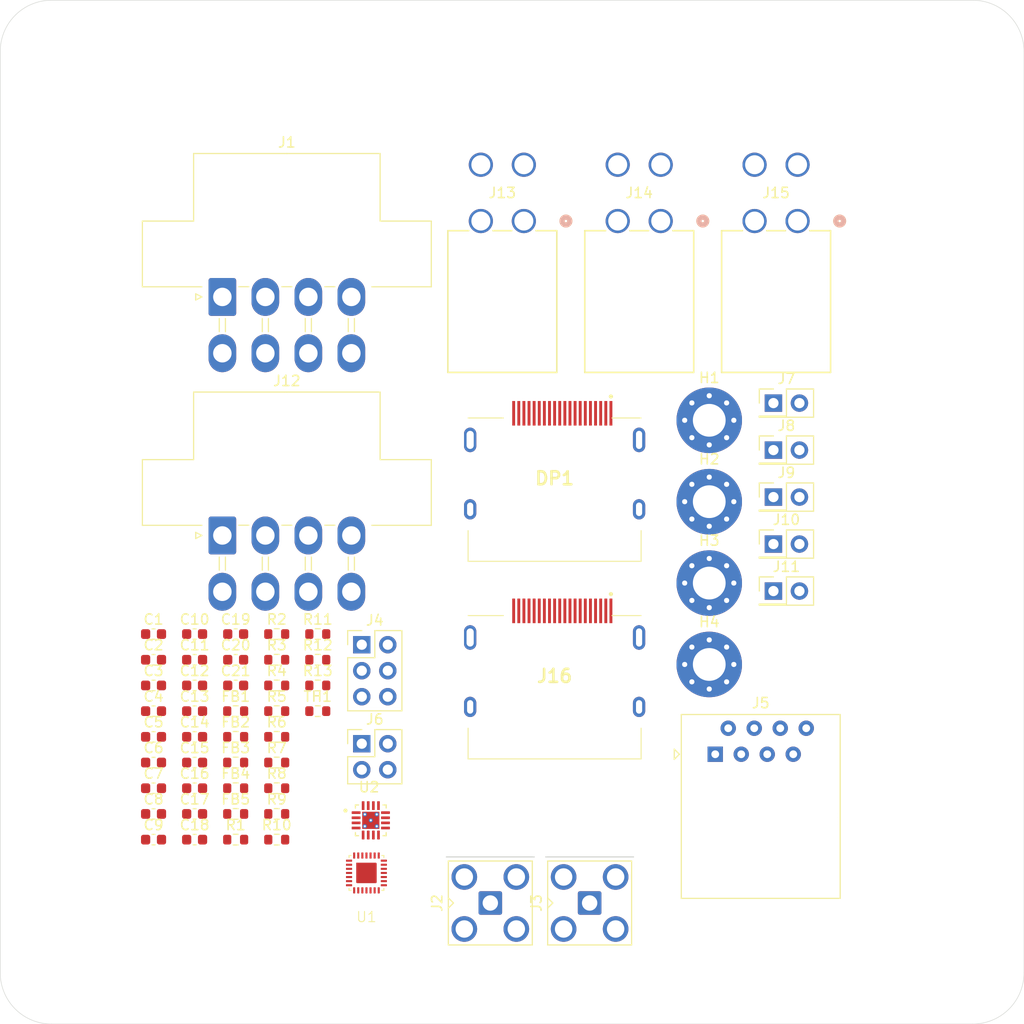
<source format=kicad_pcb>
(kicad_pcb (version 20241229) (generator "pcbnew") (generator_version "9.0")
  (layers (0 "F.Cu" signal) (2 "B.Cu" signal) (13 "F.Paste" user) (15 "B.Paste" user) (5 "F.SilkS" user "F.Silkscreen") (7 "B.SilkS" user "B.Silkscreen") (1 "F.Mask" user) (3 "B.Mask" user) (25 "Edge.Cuts" user))
  (net 0 "")
  (net 1 "GND")
  (net 2 "/VDD_A")
  (net 3 "/VDD_D")
  (net 4 "/VDD_DAC")
  (net 5 "/VDD_IO")
  (net 6 "/VDD_DIF")
  (net 7 "/RST_B")
  (net 8 "/SPI_SDO")
  (net 9 "/SPI_SCLK")
  (net 10 "/SPI_SDI")
  (net 11 "/SPI_CS_B")
  (net 15 "Net-(DP1-Pad13)")
  (net 16 "/CLK_INIT_P")
  (net 17 "/CLK_INIT_N")
  (net 18 "/CLK_SAMP_N")
  (net 19 "/CLK_SAMP_P")
  (net 20 "/CLK_COMP_N")
  (net 21 "/CLK_COMP_P")
  (net 22 "/CLK_LOGIC_N")
  (net 23 "/CLK_LOGIC_P")
  (net 24 "/COMP_OUT_P")
  (net 25 "/COMP_OUT_N")
  (net 28 "Earth")
  (net 29 "Net-(DP1-Pad14)")
  (net 30 "Net-(FB1-Pad1)")
  (net 31 "Net-(FB2-Pad1)")
  (net 32 "Net-(FB3-Pad1)")
  (net 33 "Net-(FB4-Pad1)")
  (net 34 "Net-(FB5-Pad1)")
  (net 36 "/VIN_P_EXT")
  (net 38 "/VIN_N_EXT")
  (net 39 "Net-(J16-Pin_3)")
  (net 40 "Net-(J12-Pin_3)")
  (net 45 "Net-(J12-Pin_1)")
  (net 46 "Net-(J16-Pin_1)")
  (footprint "Capacitor_SMD:C_0603_1608Metric" (layer "F.Cu") (at 118.985 129.48)
    (property "Reference" "C17" (at 0 -1.43 0) (layer "F.SilkS"))
    (property "Value" "100n")
    (pad "1" smd roundrect (at -0.775 0) (size 0.9 0.95) (layers "F.Cu" "F.Mask" "F.Paste") (net 28 "Earth"))
    (pad "2" smd roundrect (at 0.775 0) (size 0.9 0.95) (layers "F.Cu" "F.Mask" "F.Paste") (net 1 "GND"))
  )
  (footprint "Resistor_SMD:R_0603_1608Metric" (layer "F.Cu") (at 122.995 129.48)
    (property "Reference" "FB5" (at 0 -1.43 0) (layer "F.SilkS"))
    (property "Value" "FerriteBead_Small")
    (pad "1" smd roundrect (at -0.825 0) (size 0.8 0.95) (layers "F.Cu" "F.Mask" "F.Paste") (net 34 "Net-(FB5-Pad1)"))
    (pad "2" smd roundrect (at 0.825 0) (size 0.8 0.95) (layers "F.Cu" "F.Mask" "F.Paste") (net 6 "/VDD_DIF"))
  )
  (footprint "Connector_PinHeader_2.54mm:PinHeader_2x03_P2.54mm_Vertical" (layer "F.Cu") (at 135.315 112.95)
    (property "Reference" "J4" (at 1.27 -2.38 0) (layer "F.SilkS"))
    (property "Value" "TP_CFG")
    (pad "1" thru_hole rect (at 0 0) (size 1.7 1.7) (drill 1) (layers "*.Cu" "*.Mask") (net 11 "/SPI_CS_B"))
    (pad "2" thru_hole circle (at 2.54 0) (size 1.7 1.7) (drill 1) (layers "*.Cu" "*.Mask") (net 8 "/SPI_SDO"))
    (pad "3" thru_hole circle (at 0 2.54) (size 1.7 1.7) (drill 1) (layers "*.Cu" "*.Mask") (net 10 "/SPI_SDI"))
    (pad "4" thru_hole circle (at 2.54 2.54) (size 1.7 1.7) (drill 1) (layers "*.Cu" "*.Mask") (net 9 "/SPI_SCLK"))
    (pad "5" thru_hole circle (at 0 5.08) (size 1.7 1.7) (drill 1) (layers "*.Cu" "*.Mask") (net 7 "/RST_B"))
    (pad "6" thru_hole circle (at 2.54 5.08) (size 1.7 1.7) (drill 1) (layers "*.Cu" "*.Mask") (net 1 "GND"))
  )
  (footprint "Capacitor_SMD:C_0603_1608Metric" (layer "F.Cu") (at 118.985 111.91)
    (property "Reference" "C10" (at 0 -1.43 0) (layer "F.SilkS"))
    (property "Value" "1u")
    (pad "1" smd roundrect (at -0.775 0) (size 0.9 0.95) (layers "F.Cu" "F.Mask" "F.Paste") (net 4 "/VDD_DAC"))
    (pad "2" smd roundrect (at 0.775 0) (size 0.9 0.95) (layers "F.Cu" "F.Mask" "F.Paste") (net 1 "GND"))
  )
  (footprint "Capacitor_SMD:C_0603_1608Metric" (layer "F.Cu") (at 114.975 124.46)
    (property "Reference" "C6" (at 0 -1.43 0) (layer "F.SilkS"))
    (property "Value" "1u")
    (pad "1" smd roundrect (at -0.775 0) (size 0.9 0.95) (layers "F.Cu" "F.Mask" "F.Paste") (net 3 "/VDD_D"))
    (pad "2" smd roundrect (at 0.775 0) (size 0.9 0.95) (layers "F.Cu" "F.Mask" "F.Paste") (net 1 "GND"))
  )
  (footprint "Capacitor_SMD:C_0603_1608Metric" (layer "F.Cu") (at 118.985 119.44)
    (property "Reference" "C13" (at 0 -1.43 0) (layer "F.SilkS"))
    (property "Value" "47u")
    (pad "1" smd roundrect (at -0.775 0) (size 0.9 0.95) (layers "F.Cu" "F.Mask" "F.Paste") (net 5 "/VDD_IO"))
    (pad "2" smd roundrect (at 0.775 0) (size 0.9 0.95) (layers "F.Cu" "F.Mask" "F.Paste") (net 1 "GND"))
  )
  (footprint "frida65A:QFN50P300X300X100-17N" (layer "F.Cu") (at 136.195 130.105)
    (property "Reference" "U2" (at -0.165 -3.24 0) (layer "F.SilkS"))
    (property "Value" "THS4520RGTT")
    (pad "1" smd roundrect (at -1.435 -0.75) (size 0.86 0.26) (layers "F.Cu" "F.Mask" "F.Paste") (roundrect_rratio 0.125))
    (pad "2" smd roundrect (at -1.435 -0.25) (size 0.86 0.26) (layers "F.Cu" "F.Mask" "F.Paste") (roundrect_rratio 0.125))
    (pad "3" smd roundrect (at -1.435 0.25) (size 0.86 0.26) (layers "F.Cu" "F.Mask" "F.Paste") (roundrect_rratio 0.125) (net 45 "Net-(J12-Pin_1)"))
    (pad "4" smd roundrect (at -1.435 0.75) (size 0.86 0.26) (layers "F.Cu" "F.Mask" "F.Paste") (roundrect_rratio 0.125))
    (pad "5" smd roundrect (at -0.75 1.435) (size 0.26 0.86) (layers "F.Cu" "F.Mask" "F.Paste") (roundrect_rratio 0.125) (net 6 "/VDD_DIF"))
    (pad "6" smd roundrect (at -0.25 1.435) (size 0.26 0.86) (layers "F.Cu" "F.Mask" "F.Paste") (roundrect_rratio 0.125) (net 6 "/VDD_DIF"))
    (pad "7" smd roundrect (at 0.25 1.435) (size 0.26 0.86) (layers "F.Cu" "F.Mask" "F.Paste") (roundrect_rratio 0.125) (net 6 "/VDD_DIF"))
    (pad "8" smd roundrect (at 0.75 1.435) (size 0.26 0.86) (layers "F.Cu" "F.Mask" "F.Paste") (roundrect_rratio 0.125) (net 6 "/VDD_DIF"))
    (pad "9" smd roundrect (at 1.435 0.75) (size 0.86 0.26) (layers "F.Cu" "F.Mask" "F.Paste") (roundrect_rratio 0.125))
    (pad "10" smd roundrect (at 1.435 0.25) (size 0.86 0.26) (layers "F.Cu" "F.Mask" "F.Paste") (roundrect_rratio 0.125) (net 46 "Net-(J16-Pin_1)"))
    (pad "11" smd roundrect (at 1.435 -0.25) (size 0.86 0.26) (layers "F.Cu" "F.Mask" "F.Paste") (roundrect_rratio 0.125))
    (pad "12" smd roundrect (at 1.435 -0.75) (size 0.86 0.26) (layers "F.Cu" "F.Mask" "F.Paste") (roundrect_rratio 0.125))
    (pad "13" smd roundrect (at 0.75 -1.435) (size 0.26 0.86) (layers "F.Cu" "F.Mask" "F.Paste") (roundrect_rratio 0.125) (net 1 "GND"))
    (pad "14" smd roundrect (at 0.25 -1.435) (size 0.26 0.86) (layers "F.Cu" "F.Mask" "F.Paste") (roundrect_rratio 0.125) (net 1 "GND"))
    (pad "15" smd roundrect (at -0.25 -1.435) (size 0.26 0.86) (layers "F.Cu" "F.Mask" "F.Paste") (roundrect_rratio 0.125) (net 1 "GND"))
    (pad "16" smd roundrect (at -0.75 -1.435) (size 0.26 0.86) (layers "F.Cu" "F.Mask" "F.Paste") (roundrect_rratio 0.125) (net 1 "GND"))
    (pad "17" smd rect (at 0 0) (size 1.68 1.68) (layers "F.Cu" "F.Mask") (net 1 "GND"))
    (pad "18" thru_hole circle (at 0 0) (size 0.4 0.4) (drill 0.2) (layers "*.Cu"))
    (pad "19" thru_hole circle (at -0.58 -0.58) (size 0.4 0.4) (drill 0.2) (layers "*.Cu"))
    (pad "20" thru_hole circle (at 0.58 -0.58) (size 0.4 0.4) (drill 0.2) (layers "*.Cu"))
    (pad "21" thru_hole circle (at -0.58 0.58) (size 0.4 0.4) (drill 0.2) (layers "*.Cu"))
    (pad "22" thru_hole circle (at 0.58 0.58) (size 0.4 0.4) (drill 0.2) (layers "*.Cu"))
  )
  (footprint "Capacitor_SMD:C_0603_1608Metric" (layer "F.Cu") (at 118.985 126.97)
    (property "Reference" "C16" (at 0 -1.43 0) (layer "F.SilkS"))
    (property "Value" "100n")
    (pad "1" smd roundrect (at -0.775 0) (size 0.9 0.95) (layers "F.Cu" "F.Mask" "F.Paste") (net 5 "/VDD_IO"))
    (pad "2" smd roundrect (at 0.775 0) (size 0.9 0.95) (layers "F.Cu" "F.Mask" "F.Paste") (net 1 "GND"))
  )
  (footprint "Resistor_SMD:R_0603_1608Metric" (layer "F.Cu") (at 131.015 111.91)
    (property "Reference" "R11" (at 0 -1.43 0) (layer "F.SilkS"))
    (property "Value" "10k")
    (pad "1" smd roundrect (at -0.825 0) (size 0.8 0.95) (layers "F.Cu" "F.Mask" "F.Paste") (net 23 "/CLK_LOGIC_P"))
    (pad "2" smd roundrect (at 0.825 0) (size 0.8 0.95) (layers "F.Cu" "F.Mask" "F.Paste") (net 1 "GND"))
  )
  (footprint "Capacitor_SMD:C_0603_1608Metric" (layer "F.Cu") (at 122.995 116.93)
    (property "Reference" "C21" (at 0 -1.43 0) (layer "F.SilkS"))
    (property "Value" "100n")
    (pad "1" smd roundrect (at -0.775 0) (size 0.9 0.95) (layers "F.Cu" "F.Mask" "F.Paste") (net 6 "/VDD_DIF"))
    (pad "2" smd roundrect (at 0.775 0) (size 0.9 0.95) (layers "F.Cu" "F.Mask" "F.Paste") (net 1 "GND"))
  )
  (footprint "frida65A:Molex_Mini-Fit_Jr_5569-08A1_2x04_P4.20mm_Horizontal" (layer "F.Cu") (at 121.695 102.28)
    (property "Reference" "J12" (at 6.3 -15.1 0) (layer "F.SilkS"))
    (property "Value" "J_P")
    (pad "" np_thru_hole circle (at -4.5 -4.2) (size 3.2 3.2) (drill 3.2) (layers "*.Cu" "*.Mask"))
    (pad "" np_thru_hole circle (at 17.1 -4.2) (size 3.2 3.2) (drill 3.2) (layers "*.Cu" "*.Mask"))
    (pad "1" thru_hole roundrect (at 0 0) (size 2.7 3.7) (drill 1.8) (layers "*.Cu" "*.Mask") (roundrect_rratio 0.092593) (net 45 "Net-(J12-Pin_1)"))
    (pad "2" thru_hole oval (at 4.2 0) (size 2.7 3.7) (drill 1.8) (layers "*.Cu" "*.Mask"))
    (pad "3" thru_hole oval (at 8.4 0) (size 2.7 3.7) (drill 1.8) (layers "*.Cu" "*.Mask") (net 40 "Net-(J12-Pin_3)"))
    (pad "4" thru_hole oval (at 12.6 0) (size 2.7 3.7) (drill 1.8) (layers "*.Cu" "*.Mask") (net 40 "Net-(J12-Pin_3)"))
    (pad "5" thru_hole oval (at 0 5.5) (size 2.7 3.7) (drill 1.8) (layers "*.Cu" "*.Mask"))
    (pad "6" thru_hole oval (at 4.2 5.5) (size 2.7 3.7) (drill 1.8) (layers "*.Cu" "*.Mask"))
    (pad "7" thru_hole oval (at 8.4 5.5) (size 2.7 3.7) (drill 1.8) (layers "*.Cu" "*.Mask"))
    (pad "8" thru_hole oval (at 12.6 5.5) (size 2.7 3.7) (drill 1.8) (layers "*.Cu" "*.Mask"))
  )
  (footprint "Connector_PinHeader_2.54mm:PinHeader_2x01_P2.54mm_Vertical" (layer "F.Cu") (at 175.525 107.71)
    (property "Reference" "J11" (at 1.27 -2.38 0) (layer "F.SilkS"))
    (property "Value" "TP_OUT")
    (pad "1" thru_hole rect (at 0 0) (size 1.7 1.7) (drill 1) (layers "*.Cu" "*.Mask") (net 25 "/COMP_OUT_N"))
    (pad "2" thru_hole circle (at 2.54 0) (size 1.7 1.7) (drill 1) (layers "*.Cu" "*.Mask") (net 24 "/COMP_OUT_P"))
  )
  (footprint "Connector_PinHeader_2.54mm:PinHeader_2x02_P2.54mm_Vertical" (layer "F.Cu") (at 135.315 122.62)
    (property "Reference" "J6" (at 1.27 -2.38 0) (layer "F.SilkS"))
    (property "Value" "TP_IN")
    (pad "1" thru_hole rect (at 0 0) (size 1.7 1.7) (drill 1) (layers "*.Cu" "*.Mask") (net 40 "Net-(J12-Pin_3)"))
    (pad "2" thru_hole circle (at 2.54 0) (size 1.7 1.7) (drill 1) (layers "*.Cu" "*.Mask") (net 39 "Net-(J16-Pin_3)"))
    (pad "3" thru_hole circle (at 0 2.54) (size 1.7 1.7) (drill 1) (layers "*.Cu" "*.Mask") (net 1 "GND"))
    (pad "4" thru_hole circle (at 2.54 2.54) (size 1.7 1.7) (drill 1) (layers "*.Cu" "*.Mask") (net 1 "GND"))
  )
  (footprint "Resistor_SMD:R_0603_1608Metric" (layer "F.Cu") (at 127.005 114.42)
    (property "Reference" "R3" (at 0 -1.43 0) (layer "F.SilkS"))
    (property "Value" "100")
    (pad "1" smd roundrect (at -0.825 0) (size 0.8 0.95) (layers "F.Cu" "F.Mask" "F.Paste") (net 18 "/CLK_SAMP_N"))
    (pad "2" smd roundrect (at 0.825 0) (size 0.8 0.95) (layers "F.Cu" "F.Mask" "F.Paste") (net 19 "/CLK_SAMP_P"))
  )
  (footprint "frida65A:displayport" (layer "F.Cu") (at 154.15 116.005)
    (property "Reference" "J16" (at 0 0 0) (layer "F.SilkS") (effects (font (size 1.27 1.27) (thickness 0.254))))
    (property "Value" "J_N" (hide yes))
    (pad "" np_thru_hole circle (at 0 3.8) (size 0.001 0.001) (drill 1.45) (layers "*.Cu" "*.Mask"))
    (pad "1" smd rect (at 5.5 -6.36) (size 0.28 2.4) (layers "F.Cu" "F.Mask" "F.Paste") (net 46 "Net-(J16-Pin_1)"))
    (pad "2" smd rect (at 5 -6.36) (size 0.28 2.4) (layers "F.Cu" "F.Mask" "F.Paste") (net 38 "/VIN_N_EXT"))
    (pad "3" smd rect (at 4.5 -6.36) (size 0.28 2.4) (layers "F.Cu" "F.Mask" "F.Paste") (net 39 "Net-(J16-Pin_3)"))
    (pad "4" smd rect (at 4 -6.36) (size 0.28 2.4) (layers "F.Cu" "F.Mask" "F.Paste") (net 39 "Net-(J16-Pin_3)"))
    (pad "5" smd rect (at 3.5 -6.36) (size 0.28 2.4) (layers "F.Cu" "F.Mask" "F.Paste"))
    (pad "6" smd rect (at 3 -6.36) (size 0.28 2.4) (layers "F.Cu" "F.Mask" "F.Paste"))
    (pad "7" smd rect (at 2.5 -6.36) (size 0.28 2.4) (layers "F.Cu" "F.Mask" "F.Paste"))
    (pad "8" smd rect (at 2 -6.36) (size 0.28 2.4) (layers "F.Cu" "F.Mask" "F.Paste"))
    (pad "9" smd rect (at 1.5 -6.36) (size 0.28 2.4) (layers "F.Cu" "F.Mask" "F.Paste"))
    (pad "10" smd rect (at 1 -6.36) (size 0.28 2.4) (layers "F.Cu" "F.Mask" "F.Paste"))
    (pad "11" smd rect (at 0.5 -6.36) (size 0.28 2.4) (layers "F.Cu" "F.Mask" "F.Paste"))
    (pad "12" smd rect (at 0 -6.36) (size 0.28 2.4) (layers "F.Cu" "F.Mask" "F.Paste"))
    (pad "13" smd rect (at -0.5 -6.36) (size 0.28 2.4) (layers "F.Cu" "F.Mask" "F.Paste"))
    (pad "14" smd rect (at -1 -6.36) (size 0.28 2.4) (layers "F.Cu" "F.Mask" "F.Paste"))
    (pad "15" smd rect (at -1.5 -6.36) (size 0.28 2.4) (layers "F.Cu" "F.Mask" "F.Paste"))
    (pad "16" smd rect (at -2 -6.36) (size 0.28 2.4) (layers "F.Cu" "F.Mask" "F.Paste"))
    (pad "17" smd rect (at -2.5 -6.36) (size 0.28 2.4) (layers "F.Cu" "F.Mask" "F.Paste"))
    (pad "18" smd rect (at -3 -6.36) (size 0.28 2.4) (layers "F.Cu" "F.Mask" "F.Paste"))
    (pad "19" smd rect (at -3.5 -6.36) (size 0.28 2.4) (layers "F.Cu" "F.Mask" "F.Paste"))
    (pad "20" smd rect (at -4 -6.36) (size 0.28 2.4) (layers "F.Cu" "F.Mask" "F.Paste"))
    (pad "MH1" thru_hole oval (at -8.25 -3.76) (size 1.2 2.4) (drill oval 0.7 1.77) (layers "*.Cu" "*.Mask"))
    (pad "MH2" thru_hole oval (at -8.25 3.02) (size 1.2 1.982) (drill oval 0.6 1.321) (layers "*.Cu" "*.Mask"))
    (pad "MH3" thru_hole oval (at 8.25 3.02) (size 1.2 1.982) (drill oval 0.6 1.321) (layers "*.Cu" "*.Mask"))
    (pad "MH4" thru_hole oval (at 8.25 -3.76) (size 1.2 2.4) (drill oval 0.6 1.7734) (layers "*.Cu" "*.Mask"))
  )
  (footprint "Capacitor_SMD:C_0603_1608Metric" (layer "F.Cu") (at 118.985 116.93)
    (property "Reference" "C12" (at 0 -1.43 0) (layer "F.SilkS"))
    (property "Value" "100n")
    (pad "1" smd roundrect (at -0.775 0) (size 0.9 0.95) (layers "F.Cu" "F.Mask" "F.Paste") (net 4 "/VDD_DAC"))
    (pad "2" smd roundrect (at 0.775 0) (size 0.9 0.95) (layers "F.Cu" "F.Mask" "F.Paste") (net 1 "GND"))
  )
  (footprint "frida65A:frida" (layer "F.Cu") (at 133.77 137.245)
    (property "Reference" "U1" (at 2 2.3 0) (layer "F.SilkS") (effects (font (thickness 0.1))))
    (property "Value" "DUT")
    (fp_rect (start 1.1 -2.9) (end 2.9 -1.1) (stroke (width 0.2)) (fill yes) (layer "F.Cu"))
    (pad "1" smd roundrect (at 0.3 -3.2) (size 0.6 0.2) (layers "F.Cu" "F.Mask" "F.Paste") (roundrect_rratio 0.15) (net 2 "/VDD_A"))
    (pad "2" smd roundrect (at 0.3 -2.8) (size 0.6 0.2) (layers "F.Cu" "F.Mask" "F.Paste") (roundrect_rratio 0.15) (net 1 "GND"))
    (pad "3" smd roundrect (at 0.3 -2.4) (size 0.6 0.2) (layers "F.Cu" "F.Mask" "F.Paste") (roundrect_rratio 0.15) (net 16 "/CLK_INIT_P"))
    (pad "4" smd roundrect (at 0.3 -2) (size 0.6 0.2) (layers "F.Cu" "F.Mask" "F.Paste") (roundrect_rratio 0.15) (net 17 "/CLK_INIT_N"))
    (pad "5" smd roundrect (at 0.3 -1.6) (size 0.6 0.2) (layers "F.Cu" "F.Mask" "F.Paste") (roundrect_rratio 0.15) (net 19 "/CLK_SAMP_P"))
    (pad "6" smd roundrect (at 0.3 -1.2) (size 0.6 0.2) (layers "F.Cu" "F.Mask" "F.Paste") (roundrect_rratio 0.15) (net 18 "/CLK_SAMP_N"))
    (pad "7" smd roundrect (at 0.3 -0.8) (size 0.6 0.2) (layers "F.Cu" "F.Mask" "F.Paste") (roundrect_rratio 0.15) (net 7 "/RST_B"))
    (pad "8" smd roundrect (at 0.8 -0.3 90) (size 0.6 0.2) (layers "F.Cu" "F.Mask" "F.Paste") (roundrect_rratio 0.15) (net 9 "/SPI_SCLK"))
    (pad "9" smd roundrect (at 1.2 -0.3 90) (size 0.6 0.2) (layers "F.Cu" "F.Mask" "F.Paste") (roundrect_rratio 0.15) (net 10 "/SPI_SDI"))
    (pad "10" smd roundrect (at 1.6 -0.3 90) (size 0.6 0.2) (layers "F.Cu" "F.Mask" "F.Paste") (roundrect_rratio 0.15) (net 8 "/SPI_SDO"))
    (pad "11" smd roundrect (at 2 -0.3 90) (size 0.6 0.2) (layers "F.Cu" "F.Mask" "F.Paste") (roundrect_rratio 0.15) (net 11 "/SPI_CS_B"))
    (pad "12" smd roundrect (at 2.4 -0.3 90) (size 0.6 0.2) (layers "F.Cu" "F.Mask" "F.Paste") (roundrect_rratio 0.15) (net 24 "/COMP_OUT_P"))
    (pad "13" smd roundrect (at 2.8 -0.3 90) (size 0.6 0.2) (layers "F.Cu" "F.Mask" "F.Paste") (roundrect_rratio 0.15) (net 25 "/COMP_OUT_N"))
    (pad "14" smd roundrect (at 3.2 -0.3 90) (size 0.6 0.2) (layers "F.Cu" "F.Mask" "F.Paste") (roundrect_rratio 0.15) (net 1 "GND"))
    (pad "15" smd roundrect (at 3.7 -0.8) (size 0.6 0.2) (layers "F.Cu" "F.Mask" "F.Paste") (roundrect_rratio 0.15) (net 5 "/VDD_IO"))
    (pad "16" smd roundrect (at 3.7 -1.2) (size 0.6 0.2) (layers "F.Cu" "F.Mask" "F.Paste") (roundrect_rratio 0.15) (net 22 "/CLK_LOGIC_N"))
    (pad "17" smd roundrect (at 3.7 -1.6) (size 0.6 0.2) (layers "F.Cu" "F.Mask" "F.Paste") (roundrect_rratio 0.15) (net 23 "/CLK_LOGIC_P"))
    (pad "18" smd roundrect (at 3.7 -2) (size 0.6 0.2) (layers "F.Cu" "F.Mask" "F.Paste") (roundrect_rratio 0.15) (net 20 "/CLK_COMP_N"))
    (pad "19" smd roundrect (at 3.7 -2.4) (size 0.6 0.2) (layers "F.Cu" "F.Mask" "F.Paste") (roundrect_rratio 0.15) (net 21 "/CLK_COMP_P"))
    (pad "20" smd roundrect (at 3.7 -2.8) (size 0.6 0.2) (layers "F.Cu" "F.Mask" "F.Paste") (roundrect_rratio 0.15) (net 1 "GND"))
    (pad "21" smd roundrect (at 3.7 -3.2) (size 0.6 0.2) (layers "F.Cu" "F.Mask" "F.Paste") (roundrect_rratio 0.15) (net 3 "/VDD_D"))
    (pad "22" smd roundrect (at 3.2 -3.7 90) (size 0.6 0.2) (layers "F.Cu" "F.Mask" "F.Paste") (roundrect_rratio 0.15) (net 1 "GND"))
    (pad "23" smd roundrect (at 2.8 -3.7 90) (size 0.6 0.2) (layers "F.Cu" "F.Mask" "F.Paste") (roundrect_rratio 0.15) (net 1 "GND"))
    (pad "24" smd roundrect (at 2.4 -3.7 90) (size 0.6 0.2) (layers "F.Cu" "F.Mask" "F.Paste") (roundrect_rratio 0.15) (net 39 "Net-(J16-Pin_3)"))
    (pad "25" smd roundrect (at 2 -3.7 90) (size 0.6 0.2) (layers "F.Cu" "F.Mask" "F.Paste") (roundrect_rratio 0.15) (net 40 "Net-(J12-Pin_3)"))
    (pad "26" smd roundrect (at 1.6 -3.7 90) (size 0.6 0.2) (layers "F.Cu" "F.Mask" "F.Paste") (roundrect_rratio 0.15) (net 1 "GND"))
    (pad "27" smd roundrect (at 1.2 -3.7 90) (size 0.6 0.2) (layers "F.Cu" "F.Mask" "F.Paste") (roundrect_rratio 0.15) (net 4 "/VDD_DAC"))
    (pad "28" smd roundrect (at 0.8 -3.7 90) (size 0.6 0.2) (layers "F.Cu" "F.Mask" "F.Paste") (roundrect_rratio 0.15) (net 1 "GND"))
  )
  (footprint "Capacitor_SMD:C_0603_1608Metric" (layer "F.Cu") (at 114.975 126.97)
    (property "Reference" "C7" (at 0 -1.43 0) (layer "F.SilkS"))
    (property "Value" "100n")
    (pad "1" smd roundrect (at -0.775 0) (size 0.9 0.95) (layers "F.Cu" "F.Mask" "F.Paste") (net 3 "/VDD_D"))
    (pad "2" smd roundrect (at 0.775 0) (size 0.9 0.95) (layers "F.Cu" "F.Mask" "F.Paste") (net 1 "GND"))
  )
  (footprint "Connector_Coaxial:SMA_Amphenol_901-143_Horizontal" (layer "F.Cu") (at 157.57 138.18)
    (property "Reference" "J3" (at -5.2 0 90) (layer "F.SilkS"))
    (property "Value" "CONN_IN_N")
    (fp_line (start 4.3 -4.5) (end -4.3 -4.5) (stroke (width 0.1)) (layer "Edge.Cuts"))
    (pad "1" thru_hole roundrect (at 0 0) (size 2.3 2.3) (drill 1.5) (layers "*.Cu" "*.Mask") (roundrect_rratio 0.087) (net 38 "/VIN_N_EXT"))
    (pad "2" thru_hole circle (at -2.54 -2.54) (size 2.5 2.5) (drill 1.7) (layers "*.Cu" "*.Mask") (net 1 "GND"))
    (pad "2" thru_hole circle (at -2.54 2.54) (size 2.5 2.5) (drill 1.7) (layers "*.Cu" "*.Mask") (net 1 "GND"))
    (pad "2" thru_hole circle (at 2.54 -2.54) (size 2.5 2.5) (drill 1.7) (layers "*.Cu" "*.Mask") (net 1 "GND"))
    (pad "2" thru_hole circle (at 2.54 2.54) (size 2.5 2.5) (drill 1.7) (layers "*.Cu" "*.Mask") (net 1 "GND"))
  )
  (footprint "Capacitor_SMD:C_0603_1608Metric" (layer "F.Cu") (at 114.975 111.91)
    (property "Reference" "C1" (at 0 -1.43 0) (layer "F.SilkS"))
    (property "Value" "47u")
    (pad "1" smd roundrect (at -0.775 0) (size 0.9 0.95) (layers "F.Cu" "F.Mask" "F.Paste") (net 2 "/VDD_A"))
    (pad "2" smd roundrect (at 0.775 0) (size 0.9 0.95) (layers "F.Cu" "F.Mask" "F.Paste") (net 1 "GND"))
  )
  (footprint "frida65A:displayport" (layer "F.Cu") (at 154.15 96.705)
    (property "Reference" "DP1" (at 0 0 0) (layer "F.SilkS") (effects (font (size 1.27 1.27) (thickness 0.254))))
    (property "Value" "DP" (hide yes))
    (pad "" np_thru_hole circle (at 0 3.8) (size 0.001 0.001) (drill 1.45) (layers "*.Cu" "*.Mask"))
    (pad "1" smd rect (at 5.5 -6.36) (size 0.28 2.4) (layers "F.Cu" "F.Mask" "F.Paste") (net 22 "/CLK_LOGIC_N"))
    (pad "2" smd rect (at 5 -6.36) (size 0.28 2.4) (layers "F.Cu" "F.Mask" "F.Paste") (net 1 "GND"))
    (pad "3" smd rect (at 4.5 -6.36) (size 0.28 2.4) (layers "F.Cu" "F.Mask" "F.Paste") (net 23 "/CLK_LOGIC_P"))
    (pad "4" smd rect (at 4 -6.36) (size 0.28 2.4) (layers "F.Cu" "F.Mask" "F.Paste") (net 20 "/CLK_COMP_N"))
    (pad "5" smd rect (at 3.5 -6.36) (size 0.28 2.4) (layers "F.Cu" "F.Mask" "F.Paste") (net 1 "GND"))
    (pad "6" smd rect (at 3 -6.36) (size 0.28 2.4) (layers "F.Cu" "F.Mask" "F.Paste") (net 21 "/CLK_COMP_P"))
    (pad "7" smd rect (at 2.5 -6.36) (size 0.28 2.4) (layers "F.Cu" "F.Mask" "F.Paste") (net 18 "/CLK_SAMP_N"))
    (pad "8" smd rect (at 2 -6.36) (size 0.28 2.4) (layers "F.Cu" "F.Mask" "F.Paste") (net 1 "GND"))
    (pad "9" smd rect (at 1.5 -6.36) (size 0.28 2.4) (layers "F.Cu" "F.Mask" "F.Paste") (net 19 "/CLK_SAMP_P"))
    (pad "10" smd rect (at 1 -6.36) (size 0.28 2.4) (layers "F.Cu" "F.Mask" "F.Paste") (net 17 "/CLK_INIT_N"))
    (pad "11" smd rect (at 0.5 -6.36) (size 0.28 2.4) (layers "F.Cu" "F.Mask" "F.Paste") (net 1 "GND"))
    (pad "12" smd rect (at 0 -6.36) (size 0.28 2.4) (layers "F.Cu" "F.Mask" "F.Paste") (net 16 "/CLK_INIT_P"))
    (pad "13" smd rect (at -0.5 -6.36) (size 0.28 2.4) (layers "F.Cu" "F.Mask" "F.Paste") (net 15 "Net-(DP1-Pad13)"))
    (pad "14" smd rect (at -1 -6.36) (size 0.28 2.4) (layers "F.Cu" "F.Mask" "F.Paste") (net 29 "Net-(DP1-Pad14)"))
    (pad "15" smd rect (at -1.5 -6.36) (size 0.28 2.4) (layers "F.Cu" "F.Mask" "F.Paste") (net 24 "/COMP_OUT_P"))
    (pad "16" smd rect (at -2 -6.36) (size 0.28 2.4) (layers "F.Cu" "F.Mask" "F.Paste") (net 1 "GND"))
    (pad "17" smd rect (at -2.5 -6.36) (size 0.28 2.4) (layers "F.Cu" "F.Mask" "F.Paste") (net 25 "/COMP_OUT_N"))
    (pad "18" smd rect (at -3 -6.36) (size 0.28 2.4) (layers "F.Cu" "F.Mask" "F.Paste"))
    (pad "19" smd rect (at -3.5 -6.36) (size 0.28 2.4) (layers "F.Cu" "F.Mask" "F.Paste") (net 5 "/VDD_IO"))
    (pad "20" smd rect (at -4 -6.36) (size 0.28 2.4) (layers "F.Cu" "F.Mask" "F.Paste"))
    (pad "MH1" thru_hole oval (at -8.25 -3.76) (size 1.2 2.4) (drill oval 0.7 1.77) (layers "*.Cu" "*.Mask") (net 28 "Earth"))
    (pad "MH2" thru_hole oval (at -8.25 3.02) (size 1.2 1.982) (drill oval 0.6 1.321) (layers "*.Cu" "*.Mask") (net 28 "Earth"))
    (pad "MH3" thru_hole oval (at 8.25 3.02) (size 1.2 1.982) (drill oval 0.6 1.321) (layers "*.Cu" "*.Mask") (net 28 "Earth"))
    (pad "MH4" thru_hole oval (at 8.25 -3.76) (size 1.2 2.4) (drill oval 0.6 1.7734) (layers "*.Cu" "*.Mask") (net 28 "Earth"))
  )
  (footprint "Resistor_SMD:R_0603_1608Metric" (layer "F.Cu") (at 131.015 116.93)
    (property "Reference" "R13" (at 0 -1.43 0) (layer "F.SilkS"))
    (property "Value" "10k")
    (pad "1" smd roundrect (at -0.825 0) (size 0.8 0.95) (layers "F.Cu" "F.Mask" "F.Paste") (net 28 "Earth"))
    (pad "2" smd roundrect (at 0.825 0) (size 0.8 0.95) (layers "F.Cu" "F.Mask" "F.Paste") (net 1 "GND"))
  )
  (footprint "frida65A:Molex_Mini-Fit_Jr_5569-08A1_2x04_P4.20mm_Horizontal" (layer "F.Cu") (at 121.695 78.98)
    (property "Reference" "J1" (at 6.3 -15.1 0) (layer "F.SilkS"))
    (property "Value" "TP_PWR")
    (pad "" np_thru_hole circle (at -4.5 -4.2) (size 3.2 3.2) (drill 3.2) (layers "*.Cu" "*.Mask"))
    (pad "" np_thru_hole circle (at 17.1 -4.2) (size 3.2 3.2) (drill 3.2) (layers "*.Cu" "*.Mask"))
    (pad "1" thru_hole roundrect (at 0 0) (size 2.7 3.7) (drill 1.8) (layers "*.Cu" "*.Mask") (roundrect_rratio 0.092593) (net 3 "/VDD_D"))
    (pad "2" thru_hole oval (at 4.2 0) (size 2.7 3.7) (drill 1.8) (layers "*.Cu" "*.Mask") (net 2 "/VDD_A"))
    (pad "3" thru_hole oval (at 8.4 0) (size 2.7 3.7) (drill 1.8) (layers "*.Cu" "*.Mask") (net 4 "/VDD_DAC"))
    (pad "4" thru_hole oval (at 12.6 0) (size 2.7 3.7) (drill 1.8) (layers "*.Cu" "*.Mask") (net 5 "/VDD_IO"))
    (pad "5" thru_hole oval (at 0 5.5) (size 2.7 3.7) (drill 1.8) (layers "*.Cu" "*.Mask") (net 6 "/VDD_DIF"))
    (pad "6" thru_hole oval (at 4.2 5.5) (size 2.7 3.7) (drill 1.8) (layers "*.Cu" "*.Mask") (net 1 "GND"))
    (pad "7" thru_hole oval (at 8.4 5.5) (size 2.7 3.7) (drill 1.8) (layers "*.Cu" "*.Mask"))
    (pad "8" thru_hole oval (at 12.6 5.5) (size 2.7 3.7) (drill 1.8) (layers "*.Cu" "*.Mask"))
  )
  (footprint "MountingHole:MountingHole_3.2mm_M3_Pad_Via" (layer "F.Cu") (at 169.255 91.03)
    (property "Reference" "H1" (at 0 -4.15 0) (layer "F.SilkS"))
    (property "Value" "MountingHole_Pad")
    (pad "1" thru_hole circle (at -2.4 0) (size 0.8 0.8) (drill 0.5) (layers "*.Cu" "*.Mask") (net 28 "Earth"))
    (pad "1" thru_hole circle (at -1.697056 -1.697056) (size 0.8 0.8) (drill 0.5) (layers "*.Cu" "*.Mask") (net 28 "Earth"))
    (pad "1" thru_hole circle (at -1.697056 1.697056) (size 0.8 0.8) (drill 0.5) (layers "*.Cu" "*.Mask") (net 28 "Earth"))
    (pad "1" thru_hole circle (at 0 -2.4) (size 0.8 0.8) (drill 0.5) (layers "*.Cu" "*.Mask") (net 28 "Earth"))
    (pad "1" thru_hole circle (at 0 0) (size 6.4 6.4) (drill 3.2) (layers "*.Cu" "*.Mask") (net 28 "Earth"))
    (pad "1" thru_hole circle (at 0 2.4) (size 0.8 0.8) (drill 0.5) (layers "*.Cu" "*.Mask") (net 28 "Earth"))
    (pad "1" thru_hole circle (at 1.697056 -1.697056) (size 0.8 0.8) (drill 0.5) (layers "*.Cu" "*.Mask") (net 28 "Earth"))
    (pad "1" thru_hole circle (at 1.697056 1.697056) (size 0.8 0.8) (drill 0.5) (layers "*.Cu" "*.Mask") (net 28 "Earth"))
    (pad "1" thru_hole circle (at 2.4 0) (size 0.8 0.8) (drill 0.5) (layers "*.Cu" "*.Mask") (net 28 "Earth"))
  )
  (footprint "Connector_PinHeader_2.54mm:PinHeader_2x01_P2.54mm_Vertical" (layer "F.Cu") (at 175.525 93.94)
    (property "Reference" "J8" (at 1.27 -2.38 0) (layer "F.SilkS"))
    (property "Value" "TP_SAMP")
    (pad "1" thru_hole rect (at 0 0) (size 1.7 1.7) (drill 1) (layers "*.Cu" "*.Mask") (net 19 "/CLK_SAMP_P"))
    (pad "2" thru_hole circle (at 2.54 0) (size 1.7 1.7) (drill 1) (layers "*.Cu" "*.Mask") (net 18 "/CLK_SAMP_N"))
  )
  (footprint "Resistor_SMD:R_0603_1608Metric" (layer "F.Cu") (at 127.005 126.97)
    (property "Reference" "R8" (at 0 -1.43 0) (layer "F.SilkS"))
    (property "Value" "10k")
    (pad "1" smd roundrect (at -0.825 0) (size 0.8 0.95) (layers "F.Cu" "F.Mask" "F.Paste") (net 18 "/CLK_SAMP_N"))
    (pad "2" smd roundrect (at 0.825 0) (size 0.8 0.95) (layers "F.Cu" "F.Mask" "F.Paste") (net 1 "GND"))
  )
  (footprint "Resistor_SMD:R_0603_1608Metric" (layer "F.Cu") (at 122.995 131.99)
    (property "Reference" "R1" (at 0 -1.43 0) (layer "F.SilkS"))
    (property "Value" "100")
    (pad "1" smd roundrect (at -0.825 0) (size 0.8 0.95) (layers "F.Cu" "F.Mask" "F.Paste") (net 22 "/CLK_LOGIC_N"))
    (pad "2" smd roundrect (at 0.825 0) (size 0.8 0.95) (layers "F.Cu" "F.Mask" "F.Paste") (net 23 "/CLK_LOGIC_P"))
  )
  (footprint "frida65A:CONN_SD-46991-001_04_MOL" (layer "F.Cu") (at 177.8841 71.566299)
    (property "Reference" "J15" (at -2.1 -2.75 0) (layer "F.SilkS"))
    (property "Value" "469914004")
    (pad "1" thru_hole circle (at 0 0) (size 2.3622 2.3622) (drill 1.8542) (layers "*.Cu" "*.Mask") (net 34 "Net-(FB5-Pad1)"))
    (pad "2" thru_hole circle (at -4.199998 0) (size 2.3622 2.3622) (drill 1.8542) (layers "*.Cu" "*.Mask") (net 34 "Net-(FB5-Pad1)"))
    (pad "3" thru_hole circle (at 0 -5.499999) (size 2.3622 2.3622) (drill 1.8542) (layers "*.Cu" "*.Mask") (net 1 "GND"))
    (pad "4" thru_hole circle (at -4.199998 -5.499999) (size 2.3622 2.3622) (drill 1.8542) (layers "*.Cu" "*.Mask") (net 1 "GND"))
  )
  (footprint "Resistor_SMD:R_0603_1608Metric" (layer "F.Cu") (at 127.005 129.48)
    (property "Reference" "R9" (at 0 -1.43 0) (layer "F.SilkS"))
    (property "Value" "10k")
    (pad "1" smd roundrect (at -0.825 0) (size 0.8 0.95) (layers "F.Cu" "F.Mask" "F.Paste") (net 21 "/CLK_COMP_P"))
    (pad "2" smd roundrect (at 0.825 0) (size 0.8 0.95) (layers "F.Cu" "F.Mask" "F.Paste") (net 1 "GND"))
  )
  (footprint "Resistor_SMD:R_0603_1608Metric" (layer "F.Cu") (at 122.995 121.95)
    (property "Reference" "FB2" (at 0 -1.43 0) (layer "F.SilkS"))
    (property "Value" "FerriteBead_Small")
    (pad "1" smd roundrect (at -0.825 0) (size 0.8 0.95) (layers "F.Cu" "F.Mask" "F.Paste") (net 31 "Net-(FB2-Pad1)"))
    (pad "2" smd roundrect (at 0.825 0) (size 0.8 0.95) (layers "F.Cu" "F.Mask" "F.Paste") (net 2 "/VDD_A"))
  )
  (footprint "Resistor_SMD:R_0603_1608Metric" (layer "F.Cu") (at 131.015 119.44)
    (property "Reference" "TH1" (at 0 -1.43 0) (layer "F.SilkS"))
    (property "Value" "Thermistor_NTC")
    (pad "1" smd roundrect (at -0.825 0) (size 0.8 0.95) (layers "F.Cu" "F.Mask" "F.Paste") (net 15 "Net-(DP1-Pad13)"))
    (pad "2" smd roundrect (at 0.825 0) (size 0.8 0.95) (layers "F.Cu" "F.Mask" "F.Paste") (net 29 "Net-(DP1-Pad14)"))
  )
  (footprint "Resistor_SMD:R_0603_1608Metric" (layer "F.Cu") (at 127.005 111.91)
    (property "Reference" "R2" (at 0 -1.43 0) (layer "F.SilkS"))
    (property "Value" "100")
    (pad "1" smd roundrect (at -0.825 0) (size 0.8 0.95) (layers "F.Cu" "F.Mask" "F.Paste") (net 20 "/CLK_COMP_N"))
    (pad "2" smd roundrect (at 0.825 0) (size 0.8 0.95) (layers "F.Cu" "F.Mask" "F.Paste") (net 21 "/CLK_COMP_P"))
  )
  (footprint "Capacitor_SMD:C_0603_1608Metric" (layer "F.Cu") (at 122.995 114.42)
    (property "Reference" "C20" (at 0 -1.43 0) (layer "F.SilkS"))
    (property "Value" "100n")
    (pad "1" smd roundrect (at -0.775 0) (size 0.9 0.95) (layers "F.Cu" "F.Mask" "F.Paste") (net 6 "/VDD_DIF"))
    (pad "2" smd roundrect (at 0.775 0) (size 0.9 0.95) (layers "F.Cu" "F.Mask" "F.Paste") (net 1 "GND"))
  )
  (footprint "Resistor_SMD:R_0603_1608Metric" (layer "F.Cu") (at 127.005 124.46)
    (property "Reference" "R7" (at 0 -1.43 0) (layer "F.SilkS"))
    (property "Value" "10k")
    (pad "1" smd roundrect (at -0.825 0) (size 0.8 0.95) (layers "F.Cu" "F.Mask" "F.Paste") (net 19 "/CLK_SAMP_P"))
    (pad "2" smd roundrect (at 0.825 0) (size 0.8 0.95) (layers "F.Cu" "F.Mask" "F.Paste") (net 1 "GND"))
  )
  (footprint "frida65A:CONN_SD-46991-001_04_MOL" (layer "F.Cu") (at 151.1445 71.566299)
    (property "Reference" "J13" (at -2.1 -2.75 0) (layer "F.SilkS"))
    (property "Value" "469914004")
    (pad "1" thru_hole circle (at 0 0) (size 2.3622 2.3622) (drill 1.8542) (layers "*.Cu" "*.Mask") (net 30 "Net-(FB1-Pad1)"))
    (pad "2" thru_hole circle (at -4.199998 0) (size 2.3622 2.3622) (drill 1.8542) (layers "*.Cu" "*.Mask") (net 31 "Net-(FB2-Pad1)"))
    (pad "3" thru_hole circle (at 0 -5.499999) (size 2.3622 2.3622) (drill 1.8542) (layers "*.Cu" "*.Mask") (net 1 "GND"))
    (pad "4" thru_hole circle (at -4.199998 -5.499999) (size 2.3622 2.3622) (drill 1.8542) (layers "*.Cu" "*.Mask") (net 1 "GND"))
  )
  (footprint "Resistor_SMD:R_0603_1608Metric" (layer "F.Cu") (at 127.005 131.99)
    (property "Reference" "R10" (at 0 -1.43 0) (layer "F.SilkS"))
    (property "Value" "10k")
    (pad "1" smd roundrect (at -0.825 0) (size 0.8 0.95) (layers "F.Cu" "F.Mask" "F.Paste") (net 20 "/CLK_COMP_N"))
    (pad "2" smd roundrect (at 0.825 0) (size 0.8 0.95) (layers "F.Cu" "F.Mask" "F.Paste") (net 1 "GND"))
  )
  (footprint "Resistor_SMD:R_0603_1608Metric" (layer "F.Cu") (at 122.995 119.44)
    (property "Reference" "FB1" (at 0 -1.43 0) (layer "F.SilkS"))
    (property "Value" "FerriteBead_Small")
    (pad "1" smd roundrect (at -0.825 0) (size 0.8 0.95) (layers "F.Cu" "F.Mask" "F.Paste") (net 30 "Net-(FB1-Pad1)"))
    (pad "2" smd roundrect (at 0.825 0) (size 0.8 0.95) (layers "F.Cu" "F.Mask" "F.Paste") (net 3 "/VDD_D"))
  )
  (footprint "Connector_PinHeader_2.54mm:PinHeader_2x01_P2.54mm_Vertical" (layer "F.Cu") (at 175.525 103.12)
    (property "Reference" "J10" (at 1.27 -2.38 0) (layer "F.SilkS"))
    (property "Value" "TP_LOGIC")
    (pad "1" thru_hole rect (at 0 0) (size 1.7 1.7) (drill 1) (layers "*.Cu" "*.Mask") (net 23 "/CLK_LOGIC_P"))
    (pad "2" thru_hole circle (at 2.54 0) (size 1.7 1.7) (drill 1) (layers "*.Cu" "*.Mask") (net 22 "/CLK_LOGIC_N"))
  )
  (footprint "Capacitor_SMD:C_0603_1608Metric" (layer "F.Cu") (at 114.975 114.42)
    (property "Reference" "C2" (at 0 -1.43 0) (layer "F.SilkS"))
    (property "Value" "1u")
    (pad "1" smd roundrect (at -0.775 0) (size 0.9 0.95) (layers "F.Cu" "F.Mask" "F.Paste") (net 2 "/VDD_A"))
    (pad "2" smd roundrect (at 0.775 0) (size 0.9 0.95) (layers "F.Cu" "F.Mask" "F.Paste") (net 1 "GND"))
  )
  (footprint "Resistor_SMD:R_0603_1608Metric" (layer "F.Cu") (at 122.995 126.97)
    (property "Reference" "FB4" (at 0 -1.43 0) (layer "F.SilkS"))
    (property "Value" "FerriteBead_Small")
    (pad "1" smd roundrect (at -0.825 0) (size 0.8 0.95) (layers "F.Cu" "F.Mask" "F.Paste") (net 33 "Net-(FB4-Pad1)"))
    (pad "2" smd roundrect (at 0.825 0) (size 0.8 0.95) (layers "F.Cu" "F.Mask" "F.Paste") (net 5 "/VDD_IO"))
  )
  (footprint "Connector_Coaxial:SMA_Amphenol_901-143_Horizontal" (layer "F.Cu") (at 147.87 138.18)
    (property "Reference" "J2" (at -5.2 0 90) (layer "F.SilkS"))
    (property "Value" "CONN_IN_P")
    (fp_line (start 4.3 -4.5) (end -4.3 -4.5) (stroke (width 0.1)) (layer "Edge.Cuts"))
    (pad "1" thru_hole roundrect (at 0 0) (size 2.3 2.3) (drill 1.5) (layers "*.Cu" "*.Mask") (roundrect_rratio 0.087) (net 36 "/VIN_P_EXT"))
    (pad "2" thru_hole circle (at -2.54 -2.54) (size 2.5 2.5) (drill 1.7) (layers "*.Cu" "*.Mask") (net 1 "GND"))
    (pad "2" thru_hole circle (at -2.54 2.54) (size 2.5 2.5) (drill 1.7) (layers "*.Cu" "*.Mask") (net 1 "GND"))
    (pad "2" thru_hole circle (at 2.54 -2.54) (size 2.5 2.5) (drill 1.7) (layers "*.Cu" "*.Mask") (net 1 "GND"))
    (pad "2" thru_hole circle (at 2.54 2.54) (size 2.5 2.5) (drill 1.7) (layers "*.Cu" "*.Mask") (net 1 "GND"))
  )
  (footprint "Capacitor_SMD:C_0603_1608Metric" (layer "F.Cu") (at 118.985 114.42)
    (property "Reference" "C11" (at 0 -1.43 0) (layer "F.SilkS"))
    (property "Value" "100n")
    (pad "1" smd roundrect (at -0.775 0) (size 0.9 0.95) (layers "F.Cu" "F.Mask" "F.Paste") (net 4 "/VDD_DAC"))
    (pad "2" smd roundrect (at 0.775 0) (size 0.9 0.95) (layers "F.Cu" "F.Mask" "F.Paste") (net 1 "GND"))
  )
  (footprint "Capacitor_SMD:C_0603_1608Metric" (layer "F.Cu") (at 118.985 131.99)
    (property "Reference" "C18" (at 0 -1.43 0) (layer "F.SilkS"))
    (property "Value" "47u")
    (pad "1" smd roundrect (at -0.775 0) (size 0.9 0.95) (layers "F.Cu" "F.Mask" "F.Paste") (net 6 "/VDD_DIF"))
    (pad "2" smd roundrect (at 0.775 0) (size 0.9 0.95) (layers "F.Cu" "F.Mask" "F.Paste") (net 1 "GND"))
  )
  (footprint "Capacitor_SMD:C_0603_1608Metric" (layer "F.Cu") (at 114.975 119.44)
    (property "Reference" "C4" (at 0 -1.43 0) (layer "F.SilkS"))
    (property "Value" "100n")
    (pad "1" smd roundrect (at -0.775 0) (size 0.9 0.95) (layers "F.Cu" "F.Mask" "F.Paste") (net 2 "/VDD_A"))
    (pad "2" smd roundrect (at 0.775 0) (size 0.9 0.95) (layers "F.Cu" "F.Mask" "F.Paste") (net 1 "GND"))
  )
  (footprint "Resistor_SMD:R_0603_1608Metric" (layer "F.Cu") (at 127.005 119.44)
    (property "Reference" "R5" (at 0 -1.43 0) (layer "F.SilkS"))
    (property "Value" "10k")
    (pad "1" smd roundrect (at -0.825 0) (size 0.8 0.95) (layers "F.Cu" "F.Mask" "F.Paste") (net 16 "/CLK_INIT_P"))
    (pad "2" smd roundrect (at 0.825 0) (size 0.8 0.95) (layers "F.Cu" "F.Mask" "F.Paste") (net 1 "GND"))
  )
  (footprint "Connector_PinHeader_2.54mm:PinHeader_2x01_P2.54mm_Vertical" (layer "F.Cu") (at 175.525 98.53)
    (property "Reference" "J9" (at 1.27 -2.38 0) (layer "F.SilkS"))
    (property "Value" "TP_COMP")
    (pad "1" thru_hole rect (at 0 0) (size 1.7 1.7) (drill 1) (layers "*.Cu" "*.Mask") (net 21 "/CLK_COMP_P"))
    (pad "2" thru_hole circle (at 2.54 0) (size 1.7 1.7) (drill 1) (layers "*.Cu" "*.Mask") (net 20 "/CLK_COMP_N"))
  )
  (footprint "Resistor_SMD:R_0603_1608Metric" (layer "F.Cu") (at 122.995 124.46)
    (property "Reference" "FB3" (at 0 -1.43 0) (layer "F.SilkS"))
    (property "Value" "FerriteBead_Small")
    (pad "1" smd roundrect (at -0.825 0) (size 0.8 0.95) (layers "F.Cu" "F.Mask" "F.Paste") (net 32 "Net-(FB3-Pad1)"))
    (pad "2" smd roundrect (at 0.825 0) (size 0.8 0.95) (layers "F.Cu" "F.Mask" "F.Paste") (net 4 "/VDD_DAC"))
  )
  (footprint "Capacitor_SMD:C_0603_1608Metric" (layer "F.Cu") (at 114.975 116.93)
    (property "Reference" "C3" (at 0 -1.43 0) (layer "F.SilkS"))
    (property "Value" "100n")
    (pad "1" smd roundrect (at -0.775 0) (size 0.9 0.95) (layers "F.Cu" "F.Mask" "F.Paste") (net 2 "/VDD_A"))
    (pad "2" smd roundrect (at 0.775 0) (size 0.9 0.95) (layers "F.Cu" "F.Mask" "F.Paste") (net 1 "GND"))
  )
  (footprint "Resistor_SMD:R_0603_1608Metric" (layer "F.Cu") (at 131.015 114.42)
    (property "Reference" "R12" (at 0 -1.43 0) (layer "F.SilkS"))
    (property "Value" "10k")
    (pad "1" smd roundrect (at -0.825 0) (size 0.8 0.95) (layers "F.Cu" "F.Mask" "F.Paste") (net 22 "/CLK_LOGIC_N"))
    (pad "2" smd roundrect (at 0.825 0) (size 0.8 0.95) (layers "F.Cu" "F.Mask" "F.Paste") (net 1 "GND"))
  )
  (footprint "Capacitor_SMD:C_0603_1608Metric" (layer "F.Cu") (at 122.995 111.91)
    (property "Reference" "C19" (at 0 -1.43 0) (layer "F.SilkS"))
    (property "Value" "1u")
    (pad "1" smd roundrect (at -0.775 0) (size 0.9 0.95) (layers "F.Cu" "F.Mask" "F.Paste") (net 6 "/VDD_DIF"))
    (pad "2" smd roundrect (at 0.775 0) (size 0.9 0.95) (layers "F.Cu" "F.Mask" "F.Paste") (net 1 "GND"))
  )
  (footprint "MountingHole:MountingHole_3.2mm_M3_Pad_Via" (layer "F.Cu") (at 169.255 114.88)
    (property "Reference" "H4" (at 0 -4.15 0) (layer "F.SilkS"))
    (property "Value" "MountingHole_Pad")
    (pad "1" thru_hole circle (at -2.4 0) (size 0.8 0.8) (drill 0.5) (layers "*.Cu" "*.Mask") (net 28 "Earth"))
    (pad "1" thru_hole circle (at -1.697056 -1.697056) (size 0.8 0.8) (drill 0.5) (layers "*.Cu" "*.Mask") (net 28 "Earth"))
    (pad "1" thru_hole circle (at -1.697056 1.697056) (size 0.8 0.8) (drill 0.5) (layers "*.Cu" "*.Mask") (net 28 "Earth"))
    (pad "1" thru_hole circle (at 0 -2.4) (size 0.8 0.8) (drill 0.5) (layers "*.Cu" "*.Mask") (net 28 "Earth"))
    (pad "1" thru_hole circle (at 0 0) (size 6.4 6.4) (drill 3.2) (layers "*.Cu" "*.Mask") (net 28 "Earth"))
    (pad "1" thru_hole circle (at 0 2.4) (size 0.8 0.8) (drill 0.5) (layers "*.Cu" "*.Mask") (net 28 "Earth"))
    (pad "1" thru_hole circle (at 1.697056 -1.697056) (size 0.8 0.8) (drill 0.5) (layers "*.Cu" "*.Mask") (net 28 "Earth"))
    (pad "1" thru_hole circle (at 1.697056 1.697056) (size 0.8 0.8) (drill 0.5) (layers "*.Cu" "*.Mask") (net 28 "Earth"))
    (pad "1" thru_hole circle (at 2.4 0) (size 0.8 0.8) (drill 0.5) (layers "*.Cu" "*.Mask") (net 28 "Earth"))
  )
  (footprint "Capacitor_SMD:C_0603_1608Metric" (layer "F.Cu") (at 114.975 131.99)
    (property "Reference" "C9" (at 0 -1.43 0) (layer "F.SilkS"))
    (property "Value" "47u")
    (pad "1" smd roundrect (at -0.775 0) (size 0.9 0.95) (layers "F.Cu" "F.Mask" "F.Paste") (net 4 "/VDD_DAC"))
    (pad "2" smd roundrect (at 0.775 0) (size 0.9 0.95) (layers "F.Cu" "F.Mask" "F.Paste") (net 1 "GND"))
  )
  (footprint "MountingHole:MountingHole_3.2mm_M3_Pad_Via" (layer "F.Cu") (at 169.255 98.98)
    (property "Reference" "H2" (at 0 -4.15 0) (layer "F.SilkS"))
    (property "Value" "MountingHole_Pad")
    (pad "1" thru_hole circle (at -2.4 0) (size 0.8 0.8) (drill 0.5) (layers "*.Cu" "*.Mask") (net 28 "Earth"))
    (pad "1" thru_hole circle (at -1.697056 -1.697056) (size 0.8 0.8) (drill 0.5) (layers "*.Cu" "*.Mask") (net 28 "Earth"))
    (pad "1" thru_hole circle (at -1.697056 1.697056) (size 0.8 0.8) (drill 0.5) (layers "*.Cu" "*.Mask") (net 28 "Earth"))
    (pad "1" thru_hole circle (at 0 -2.4) (size 0.8 0.8) (drill 0.5) (layers "*.Cu" "*.Mask") (net 28 "Earth"))
    (pad "1" thru_hole circle (at 0 0) (size 6.4 6.4) (drill 3.2) (layers "*.Cu" "*.Mask") (net 28 "Earth"))
    (pad "1" thru_hole circle (at 0 2.4) (size 0.8 0.8) (drill 0.5) (layers "*.Cu" "*.Mask") (net 28 "Earth"))
    (pad "1" thru_hole circle (at 1.697056 -1.697056) (size 0.8 0.8) (drill 0.5) (layers "*.Cu" "*.Mask") (net 28 "Earth"))
    (pad "1" thru_hole circle (at 1.697056 1.697056) (size 0.8 0.8) (drill 0.5) (layers "*.Cu" "*.Mask") (net 28 "Earth"))
    (pad "1" thru_hole circle (at 2.4 0) (size 0.8 0.8) (drill 0.5) (layers "*.Cu" "*.Mask") (net 28 "Earth"))
  )
  (footprint "frida65A:CONN_SD-46991-001_04_MOL" (layer "F.Cu") (at 164.5143 71.566299)
    (property "Reference" "J14" (at -2.1 -2.75 0) (layer "F.SilkS"))
    (property "Value" "469914004")
    (pad "1" thru_hole circle (at 0 0) (size 2.3622 2.3622) (drill 1.8542) (layers "*.Cu" "*.Mask") (net 32 "Net-(FB3-Pad1)"))
    (pad "2" thru_hole circle (at -4.199998 0) (size 2.3622 2.3622) (drill 1.8542) (layers "*.Cu" "*.Mask") (net 33 "Net-(FB4-Pad1)"))
    (pad "3" thru_hole circle (at 0 -5.499999) (size 2.3622 2.3622) (drill 1.8542) (layers "*.Cu" "*.Mask") (net 1 "GND"))
    (pad "4" thru_hole circle (at -4.199998 -5.499999) (size 2.3622 2.3622) (drill 1.8542) (layers "*.Cu" "*.Mask") (net 1 "GND"))
  )
  (footprint "MountingHole:MountingHole_3.2mm_M3_Pad_Via" (layer "F.Cu") (at 169.255 106.93)
    (property "Reference" "H3" (at 0 -4.15 0) (layer "F.SilkS"))
    (property "Value" "MountingHole_Pad")
    (pad "1" thru_hole circle (at -2.4 0) (size 0.8 0.8) (drill 0.5) (layers "*.Cu" "*.Mask") (net 28 "Earth"))
    (pad "1" thru_hole circle (at -1.697056 -1.697056) (size 0.8 0.8) (drill 0.5) (layers "*.Cu" "*.Mask") (net 28 "Earth"))
    (pad "1" thru_hole circle (at -1.697056 1.697056) (size 0.8 0.8) (drill 0.5) (layers "*.Cu" "*.Mask") (net 28 "Earth"))
    (pad "1" thru_hole circle (at 0 -2.4) (size 0.8 0.8) (drill 0.5) (layers "*.Cu" "*.Mask") (net 28 "Earth"))
    (pad "1" thru_hole circle (at 0 0) (size 6.4 6.4) (drill 3.2) (layers "*.Cu" "*.Mask") (net 28 "Earth"))
    (pad "1" thru_hole circle (at 0 2.4) (size 0.8 0.8) (drill 0.5) (layers "*.Cu" "*.Mask") (net 28 "Earth"))
    (pad "1" thru_hole circle (at 1.697056 -1.697056) (size 0.8 0.8) (drill 0.5) (layers "*.Cu" "*.Mask") (net 28 "Earth"))
    (pad "1" thru_hole circle (at 1.697056 1.697056) (size 0.8 0.8) (drill 0.5) (layers "*.Cu" "*.Mask") (net 28 "Earth"))
    (pad "1" thru_hole circle (at 2.4 0) (size 0.8 0.8) (drill 0.5) (layers "*.Cu" "*.Mask") (net 28 "Earth"))
  )
  (footprint "Resistor_SMD:R_0603_1608Metric" (layer "F.Cu") (at 127.005 116.93)
    (property "Reference" "R4" (at 0 -1.43 0) (layer "F.SilkS"))
    (property "Value" "100")
    (pad "1" smd roundrect (at -0.825 0) (size 0.8 0.95) (layers "F.Cu" "F.Mask" "F.Paste") (net 17 "/CLK_INIT_N"))
    (pad "2" smd roundrect (at 0.825 0) (size 0.8 0.95) (layers "F.Cu" "F.Mask" "F.Paste") (net 16 "/CLK_INIT_P"))
  )
  (footprint "Connector_RJ:RJ45_Amphenol_54602-x08_Horizontal" (layer "F.Cu") (at 169.84 123.65)
    (property "Reference" "J5" (at 4.445 -5 0) (layer "F.SilkS"))
    (property "Value" "CONN_CFG")
    (pad "" np_thru_hole circle (at -1.27 6.35) (size 3.2 3.2) (drill 3.2) (layers "*.Cu" "*.Mask"))
    (pad "" np_thru_hole circle (at 10.16 6.35) (size 3.2 3.2) (drill 3.2) (layers "*.Cu" "*.Mask"))
    (pad "1" thru_hole rect (at 0 0) (size 1.5 1.5) (drill 0.76) (layers "*.Cu" "*.Mask") (net 11 "/SPI_CS_B"))
    (pad "2" thru_hole circle (at 1.27 -2.54) (size 1.5 1.5) (drill 0.76) (layers "*.Cu" "*.Mask") (net 8 "/SPI_SDO"))
    (pad "3" thru_hole circle (at 2.54 0) (size 1.5 1.5) (drill 0.76) (layers "*.Cu" "*.Mask") (net 10 "/SPI_SDI"))
    (pad "4" thru_hole circle (at 3.81 -2.54) (size 1.5 1.5) (drill 0.76) (layers "*.Cu" "*.Mask") (net 9 "/SPI_SCLK"))
    (pad "5" thru_hole circle (at 5.08 0) (size 1.5 1.5) (drill 0.76) (layers "*.Cu" "*.Mask") (net 7 "/RST_B"))
    (pad "6" thru_hole circle (at 6.35 -2.54) (size 1.5 1.5) (drill 0.76) (layers "*.Cu" "*.Mask"))
    (pad "7" thru_hole circle (at 7.62 0) (size 1.5 1.5) (drill 0.76) (layers "*.Cu" "*.Mask"))
    (pad "8" thru_hole circle (at 8.89 -2.54) (size 1.5 1.5) (drill 0.76) (layers "*.Cu" "*.Mask"))
  )
  (footprint "Capacitor_SMD:C_0603_1608Metric" (layer "F.Cu") (at 114.975 129.48)
    (property "Reference" "C8" (at 0 -1.43 0) (layer "F.SilkS"))
    (property "Value" "100n")
    (pad "1" smd roundrect (at -0.775 0) (size 0.9 0.95) (layers "F.Cu" "F.Mask" "F.Paste") (net 3 "/VDD_D"))
    (pad "2" smd roundrect (at 0.775 0) (size 0.9 0.95) (layers "F.Cu" "F.Mask" "F.Paste") (net 1 "GND"))
  )
  (footprint "Connector_PinHeader_2.54mm:PinHeader_2x01_P2.54mm_Vertical" (layer "F.Cu") (at 175.525 89.35)
    (property "Reference" "J7" (at 1.27 -2.38 0) (layer "F.SilkS"))
    (property "Value" "TP_INIT")
    (pad "1" thru_hole rect (at 0 0) (size 1.7 1.7) (drill 1) (layers "*.Cu" "*.Mask") (net 16 "/CLK_INIT_P"))
    (pad "2" thru_hole circle (at 2.54 0) (size 1.7 1.7) (drill 1) (layers "*.Cu" "*.Mask") (net 17 "/CLK_INIT_N"))
  )
  (footprint "Capacitor_SMD:C_0603_1608Metric" (layer "F.Cu") (at 118.985 121.95)
    (property "Reference" "C14" (at 0 -1.43 0) (layer "F.SilkS"))
    (property "Value" "1u")
    (pad "1" smd roundrect (at -0.775 0) (size 0.9 0.95) (layers "F.Cu" "F.Mask" "F.Paste") (net 5 "/VDD_IO"))
    (pad "2" smd roundrect (at 0.775 0) (size 0.9 0.95) (layers "F.Cu" "F.Mask" "F.Paste") (net 1 "GND"))
  )
  (footprint "Capacitor_SMD:C_0603_1608Metric" (layer "F.Cu") (at 114.975 121.95)
    (property "Reference" "C5" (at 0 -1.43 0) (layer "F.SilkS"))
    (property "Value" "47u")
    (pad "1" smd roundrect (at -0.775 0) (size 0.9 0.95) (layers "F.Cu" "F.Mask" "F.Paste") (net 3 "/VDD_D"))
    (pad "2" smd roundrect (at 0.775 0) (size 0.9 0.95) (layers "F.Cu" "F.Mask" "F.Paste") (net 1 "GND"))
  )
  (footprint "Capacitor_SMD:C_0603_1608Metric" (layer "F.Cu") (at 118.985 124.46)
    (property "Reference" "C15" (at 0 -1.43 0) (layer "F.SilkS"))
    (property "Value" "100n")
    (pad "1" smd roundrect (at -0.775 0) (size 0.9 0.95) (layers "F.Cu" "F.Mask" "F.Paste") (net 5 "/VDD_IO"))
    (pad "2" smd roundrect (at 0.775 0) (size 0.9 0.95) (layers "F.Cu" "F.Mask" "F.Paste") (net 1 "GND"))
  )
  (footprint "Resistor_SMD:R_0603_1608Metric" (layer "F.Cu") (at 127.005 121.95)
    (property "Reference" "R6" (at 0 -1.43 0) (layer "F.SilkS"))
    (property "Value" "10k")
    (pad "1" smd roundrect (at -0.825 0) (size 0.8 0.95) (layers "F.Cu" "F.Mask" "F.Paste") (net 17 "/CLK_INIT_N"))
    (pad "2" smd roundrect (at 0.825 0) (size 0.8 0.95) (layers "F.Cu" "F.Mask" "F.Paste") (net 1 "GND"))
  )
  (gr_line (start 105 50) (end 195 50) (stroke (width 0.05)) (layer "Edge.Cuts"))
  (gr_line (start 200 55) (end 200 145) (stroke (width 0.05)) (layer "Edge.Cuts"))
  (gr_line (start 100 145) (end 100 55) (stroke (width 0.05)) (layer "Edge.Cuts"))
  (gr_arc (start 195 50) (mid 198.535534 51.464466) (end 200 55) (stroke (width 0.05)) (layer "Edge.Cuts"))
  (gr_arc (start 105 150) (mid 101.464466 148.535534) (end 100 145) (stroke (width 0.05)) (layer "Edge.Cuts"))
  (gr_arc (start 200 145) (mid 198.535534 148.535534) (end 195 150) (stroke (width 0.05)) (layer "Edge.Cuts"))
  (gr_arc (start 100 55) (mid 101.464466 51.464466) (end 105 50) (stroke (width 0.05)) (layer "Edge.Cuts"))
  (gr_line (start 195 150) (end 105 150) (stroke (width 0.05)) (layer "Edge.Cuts"))
)
</source>
